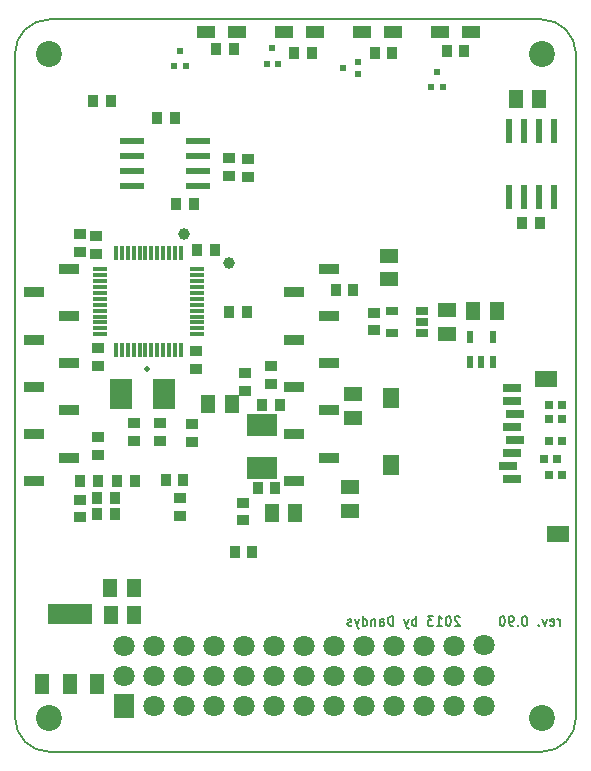
<source format=gbr>
G04 (created by PCBNEW (2013-may-18)-stable) date Ne 10. listopad 2013, 11:38:45 CET*
%MOIN*%
G04 Gerber Fmt 3.4, Leading zero omitted, Abs format*
%FSLAX34Y34*%
G01*
G70*
G90*
G04 APERTURE LIST*
%ADD10C,0.00590551*%
%ADD11C,0.00787402*%
%ADD12R,0.0394X0.0354*%
%ADD13C,0.0866142*%
%ADD14C,0.0708661*%
%ADD15R,0.0708661X0.0787*%
%ADD16R,0.0669X0.0334*%
%ADD17R,0.0394X0.0272*%
%ADD18C,0.0393701*%
%ADD19R,0.0512X0.0709*%
%ADD20R,0.1496X0.0709*%
%ADD21R,0.0236X0.0394*%
%ADD22R,0.0236X0.0787*%
%ADD23R,0.0787X0.0236*%
%ADD24R,0.0472X0.059*%
%ADD25R,0.0354X0.0394*%
%ADD26R,0.059X0.0314*%
%ADD27R,0.0551X0.0708*%
%ADD28R,0.0748X0.0551*%
%ADD29R,0.0118X0.0512*%
%ADD30R,0.0512X0.0118*%
%ADD31R,0.0590551X0.0393701*%
%ADD32R,0.0998882X0.0723291*%
%ADD33R,0.0723291X0.0998882*%
%ADD34R,0.0473X0.059*%
%ADD35R,0.059X0.0472*%
%ADD36R,0.059X0.0473*%
%ADD37C,0.019685*%
%ADD38R,0.0315X0.0275*%
%ADD39R,0.019685X0.023622*%
%ADD40R,0.023622X0.019685*%
G04 APERTURE END LIST*
G54D10*
G54D11*
X17965Y4010D02*
X17965Y4220D01*
X17965Y4160D02*
X17950Y4190D01*
X17935Y4205D01*
X17905Y4220D01*
X17875Y4220D01*
X17650Y4025D02*
X17680Y4010D01*
X17740Y4010D01*
X17770Y4025D01*
X17785Y4055D01*
X17785Y4175D01*
X17770Y4205D01*
X17740Y4220D01*
X17680Y4220D01*
X17650Y4205D01*
X17635Y4175D01*
X17635Y4145D01*
X17785Y4115D01*
X17530Y4220D02*
X17455Y4010D01*
X17380Y4220D01*
X17260Y4040D02*
X17245Y4025D01*
X17260Y4010D01*
X17275Y4025D01*
X17260Y4040D01*
X17260Y4010D01*
X16810Y4325D02*
X16780Y4325D01*
X16750Y4310D01*
X16735Y4295D01*
X16720Y4265D01*
X16705Y4205D01*
X16705Y4130D01*
X16720Y4070D01*
X16735Y4040D01*
X16750Y4025D01*
X16780Y4010D01*
X16810Y4010D01*
X16840Y4025D01*
X16855Y4040D01*
X16870Y4070D01*
X16885Y4130D01*
X16885Y4205D01*
X16870Y4265D01*
X16855Y4295D01*
X16840Y4310D01*
X16810Y4325D01*
X16570Y4040D02*
X16555Y4025D01*
X16570Y4010D01*
X16585Y4025D01*
X16570Y4040D01*
X16570Y4010D01*
X16405Y4010D02*
X16345Y4010D01*
X16315Y4025D01*
X16300Y4040D01*
X16270Y4085D01*
X16255Y4145D01*
X16255Y4265D01*
X16270Y4295D01*
X16285Y4310D01*
X16315Y4325D01*
X16375Y4325D01*
X16405Y4310D01*
X16420Y4295D01*
X16435Y4265D01*
X16435Y4190D01*
X16420Y4160D01*
X16405Y4145D01*
X16375Y4130D01*
X16315Y4130D01*
X16285Y4145D01*
X16270Y4160D01*
X16255Y4190D01*
X16060Y4325D02*
X16030Y4325D01*
X16000Y4310D01*
X15985Y4295D01*
X15970Y4265D01*
X15955Y4205D01*
X15955Y4130D01*
X15970Y4070D01*
X15985Y4040D01*
X16000Y4025D01*
X16030Y4010D01*
X16060Y4010D01*
X16090Y4025D01*
X16105Y4040D01*
X16120Y4070D01*
X16135Y4130D01*
X16135Y4205D01*
X16120Y4265D01*
X16105Y4295D01*
X16090Y4310D01*
X16060Y4325D01*
X14635Y4295D02*
X14620Y4310D01*
X14590Y4325D01*
X14515Y4325D01*
X14485Y4310D01*
X14470Y4295D01*
X14455Y4265D01*
X14455Y4235D01*
X14470Y4190D01*
X14650Y4010D01*
X14455Y4010D01*
X14260Y4325D02*
X14230Y4325D01*
X14200Y4310D01*
X14185Y4295D01*
X14170Y4265D01*
X14155Y4205D01*
X14155Y4130D01*
X14170Y4070D01*
X14185Y4040D01*
X14200Y4025D01*
X14230Y4010D01*
X14260Y4010D01*
X14290Y4025D01*
X14305Y4040D01*
X14320Y4070D01*
X14335Y4130D01*
X14335Y4205D01*
X14320Y4265D01*
X14305Y4295D01*
X14290Y4310D01*
X14260Y4325D01*
X13855Y4010D02*
X14035Y4010D01*
X13945Y4010D02*
X13945Y4325D01*
X13975Y4280D01*
X14005Y4250D01*
X14035Y4235D01*
X13750Y4325D02*
X13555Y4325D01*
X13660Y4205D01*
X13615Y4205D01*
X13585Y4190D01*
X13570Y4175D01*
X13555Y4145D01*
X13555Y4070D01*
X13570Y4040D01*
X13585Y4025D01*
X13615Y4010D01*
X13705Y4010D01*
X13735Y4025D01*
X13750Y4040D01*
X13180Y4010D02*
X13180Y4325D01*
X13180Y4205D02*
X13150Y4220D01*
X13090Y4220D01*
X13060Y4205D01*
X13045Y4190D01*
X13030Y4160D01*
X13030Y4070D01*
X13045Y4040D01*
X13060Y4025D01*
X13090Y4010D01*
X13150Y4010D01*
X13180Y4025D01*
X12925Y4220D02*
X12850Y4010D01*
X12775Y4220D02*
X12850Y4010D01*
X12880Y3935D01*
X12895Y3920D01*
X12925Y3905D01*
X12415Y4010D02*
X12415Y4325D01*
X12340Y4325D01*
X12295Y4310D01*
X12265Y4280D01*
X12250Y4250D01*
X12235Y4190D01*
X12235Y4145D01*
X12250Y4085D01*
X12265Y4055D01*
X12295Y4025D01*
X12340Y4010D01*
X12415Y4010D01*
X11965Y4010D02*
X11965Y4175D01*
X11980Y4205D01*
X12010Y4220D01*
X12070Y4220D01*
X12100Y4205D01*
X11965Y4025D02*
X11995Y4010D01*
X12070Y4010D01*
X12100Y4025D01*
X12115Y4055D01*
X12115Y4085D01*
X12100Y4115D01*
X12070Y4130D01*
X11995Y4130D01*
X11965Y4145D01*
X11815Y4220D02*
X11815Y4010D01*
X11815Y4190D02*
X11800Y4205D01*
X11770Y4220D01*
X11725Y4220D01*
X11695Y4205D01*
X11680Y4175D01*
X11680Y4010D01*
X11395Y4010D02*
X11395Y4325D01*
X11395Y4025D02*
X11425Y4010D01*
X11485Y4010D01*
X11515Y4025D01*
X11530Y4040D01*
X11545Y4070D01*
X11545Y4160D01*
X11530Y4190D01*
X11515Y4205D01*
X11485Y4220D01*
X11425Y4220D01*
X11395Y4205D01*
X11275Y4220D02*
X11200Y4010D01*
X11125Y4220D02*
X11200Y4010D01*
X11230Y3935D01*
X11245Y3920D01*
X11275Y3905D01*
X11020Y4025D02*
X10991Y4010D01*
X10931Y4010D01*
X10901Y4025D01*
X10886Y4055D01*
X10886Y4070D01*
X10901Y4100D01*
X10931Y4115D01*
X10976Y4115D01*
X11005Y4130D01*
X11020Y4160D01*
X11020Y4175D01*
X11005Y4205D01*
X10976Y4220D01*
X10931Y4220D01*
X10901Y4205D01*
G54D10*
X-196Y944D02*
G75*
G03X944Y-196I1141J0D01*
G74*
G01*
X944Y24212D02*
X17362Y24212D01*
X-196Y944D02*
X-196Y23070D01*
X17362Y-196D02*
X944Y-196D01*
X18503Y23070D02*
X18503Y944D01*
X17362Y-196D02*
G75*
G03X18503Y944I0J1141D01*
G74*
G01*
X944Y24212D02*
G75*
G03X-196Y23070I0J-1141D01*
G74*
G01*
X18503Y23070D02*
G75*
G03X17362Y24212I-1141J0D01*
G74*
G01*
G54D12*
X7559Y18955D03*
X7559Y19547D03*
G54D13*
X944Y23070D03*
X944Y944D03*
X17362Y944D03*
X17362Y23070D03*
G54D14*
X15433Y3346D03*
X15433Y2342D03*
X15433Y1338D03*
G54D15*
X3425Y1340D03*
G54D14*
X3425Y2340D03*
X4425Y1340D03*
X4425Y2340D03*
X5425Y1340D03*
X5425Y2340D03*
X6425Y1340D03*
X6425Y2340D03*
X7425Y1340D03*
X7425Y2340D03*
X8425Y1340D03*
X8425Y2340D03*
X9425Y1340D03*
X9425Y2340D03*
X10425Y1340D03*
X10425Y2340D03*
X11425Y1340D03*
X11425Y2340D03*
X12425Y1340D03*
X12425Y2340D03*
X3425Y3340D03*
X4425Y3340D03*
X5425Y3340D03*
X6425Y3340D03*
X7425Y3340D03*
X8425Y3340D03*
X9425Y3340D03*
X10425Y3340D03*
X11425Y3340D03*
X12425Y3340D03*
X13425Y1340D03*
X13425Y2340D03*
X13425Y3340D03*
X14425Y1340D03*
X14429Y2342D03*
X14425Y3340D03*
G54D16*
X10275Y15905D03*
X9094Y15117D03*
X10275Y14330D03*
X9094Y13542D03*
X10275Y12755D03*
X9094Y11968D03*
X10275Y11180D03*
X9094Y10393D03*
X10275Y9605D03*
X9094Y8818D03*
X433Y8818D03*
X1614Y9605D03*
X433Y10393D03*
X1614Y11180D03*
X433Y11968D03*
X1614Y12755D03*
X433Y13542D03*
X1614Y14330D03*
X433Y15117D03*
X1614Y15905D03*
G54D17*
X13386Y14507D03*
X13386Y13759D03*
X13386Y14133D03*
X12362Y13759D03*
X12362Y14507D03*
G54D18*
X5440Y17070D03*
X6937Y16094D03*
G54D19*
X2531Y2049D03*
X1625Y2049D03*
X719Y2049D03*
G54D20*
X1625Y4411D03*
G54D21*
X15725Y12804D03*
X14975Y12804D03*
X15350Y12804D03*
X14975Y13636D03*
X15725Y13636D03*
G54D22*
X17757Y18309D03*
X17257Y18309D03*
X16757Y18309D03*
X16257Y18309D03*
X16257Y20509D03*
X16757Y20509D03*
X17257Y20509D03*
X17757Y20509D03*
G54D23*
X3703Y18659D03*
X3703Y19159D03*
X3703Y19659D03*
X3703Y20159D03*
X5903Y20159D03*
X5903Y19659D03*
X5903Y19159D03*
X5903Y18659D03*
G54D24*
X16495Y21555D03*
X17283Y21555D03*
X15866Y14507D03*
X15078Y14507D03*
G54D25*
X2420Y21496D03*
X3012Y21496D03*
X12382Y23110D03*
X11790Y23110D03*
X14784Y23149D03*
X14192Y23149D03*
X9705Y23110D03*
X9113Y23110D03*
X7107Y23228D03*
X6515Y23228D03*
X1987Y8818D03*
X2579Y8818D03*
G54D12*
X8326Y12658D03*
X8326Y12066D03*
G54D25*
X6948Y14448D03*
X7540Y14448D03*
X3799Y8818D03*
X3207Y8818D03*
X3130Y8267D03*
X2538Y8267D03*
G54D12*
X1968Y7617D03*
X1968Y8209D03*
X7480Y12421D03*
X7480Y11829D03*
G54D26*
X16387Y8886D03*
X16230Y9319D03*
X16387Y9752D03*
X16466Y10185D03*
X16387Y10618D03*
X16466Y11051D03*
X16387Y11484D03*
X16387Y11917D03*
G54D27*
X12332Y11598D03*
X12332Y9354D03*
G54D28*
X17903Y7051D03*
X17509Y12228D03*
G54D29*
X4743Y13189D03*
X4546Y13189D03*
X4349Y13189D03*
X4153Y13189D03*
X3956Y13189D03*
X5334Y13189D03*
X5137Y13189D03*
X4940Y13189D03*
G54D30*
X2637Y13720D03*
X2637Y13917D03*
X2637Y14114D03*
X2637Y14311D03*
X2637Y14508D03*
X2637Y14705D03*
X2637Y14901D03*
X2637Y15098D03*
G54D29*
X3168Y16417D03*
X3365Y16417D03*
X3562Y16417D03*
X3759Y16417D03*
X3956Y16417D03*
X4153Y16417D03*
X4349Y16417D03*
X4546Y16417D03*
G54D30*
X5865Y15886D03*
X5865Y15689D03*
X5865Y15492D03*
X5865Y15295D03*
X5865Y15098D03*
X5865Y14901D03*
X5865Y14705D03*
X5865Y14508D03*
G54D29*
X3759Y13189D03*
X3562Y13189D03*
X3365Y13189D03*
X3168Y13189D03*
G54D30*
X2637Y15295D03*
X2637Y15492D03*
X2637Y15689D03*
X2637Y15886D03*
G54D29*
X4743Y16417D03*
X4940Y16417D03*
X5137Y16417D03*
X5334Y16417D03*
G54D30*
X5865Y14311D03*
X5865Y14114D03*
X5865Y13917D03*
X5865Y13720D03*
G54D31*
X6181Y23779D03*
X7204Y23779D03*
X8779Y23779D03*
X9803Y23779D03*
X13976Y23779D03*
X15000Y23779D03*
X11377Y23779D03*
X12401Y23779D03*
G54D32*
X8031Y9251D03*
X8031Y10708D03*
G54D33*
X3326Y11732D03*
X4783Y11732D03*
G54D24*
X8365Y7775D03*
G54D34*
X9153Y7775D03*
G54D24*
X7027Y11397D03*
G54D34*
X6239Y11397D03*
G54D35*
X12283Y15550D03*
G54D36*
X12283Y16338D03*
G54D35*
X10964Y7834D03*
G54D36*
X10964Y8622D03*
G54D35*
X11062Y11732D03*
G54D36*
X11062Y10944D03*
G54D24*
X2991Y4370D03*
G54D34*
X3779Y4370D03*
G54D35*
X14212Y14523D03*
G54D36*
X14212Y13735D03*
G54D24*
X2972Y5255D03*
G54D34*
X3760Y5255D03*
G54D25*
X8050Y11377D03*
X8642Y11377D03*
X7892Y8582D03*
X8484Y8582D03*
G54D12*
X4645Y10768D03*
X4645Y10176D03*
X3779Y10768D03*
X3779Y10176D03*
G54D25*
X3130Y7716D03*
X2538Y7716D03*
X16711Y17440D03*
X17303Y17440D03*
X11083Y15196D03*
X10491Y15196D03*
G54D12*
X6929Y18995D03*
X6929Y19587D03*
G54D25*
X5138Y20944D03*
X4546Y20944D03*
X7717Y6476D03*
X7125Y6476D03*
G54D12*
X5314Y8248D03*
X5314Y7656D03*
G54D25*
X5414Y8858D03*
X4822Y8858D03*
G54D12*
X5708Y10137D03*
X5708Y10729D03*
X2559Y10296D03*
X2559Y9704D03*
X7401Y8110D03*
X7401Y7518D03*
X2519Y16988D03*
X2519Y16396D03*
G54D25*
X6477Y16535D03*
X5885Y16535D03*
G54D12*
X5826Y12578D03*
X5826Y13170D03*
X2559Y13248D03*
X2559Y12656D03*
X1968Y17067D03*
X1968Y16475D03*
X11775Y14437D03*
X11775Y13845D03*
G54D25*
X5176Y18070D03*
X5768Y18070D03*
G54D37*
X4188Y12547D03*
G54D38*
X17618Y11377D03*
X18050Y11377D03*
X17618Y10157D03*
X18050Y10157D03*
X17618Y9015D03*
X18050Y9015D03*
X17618Y10905D03*
X18050Y10905D03*
X17869Y9566D03*
X17437Y9566D03*
G54D39*
X5511Y22657D03*
X5118Y22657D03*
X5314Y23169D03*
X8582Y22736D03*
X8188Y22736D03*
X8385Y23248D03*
X14055Y21948D03*
X13661Y21948D03*
X13858Y22460D03*
G54D40*
X11240Y22795D03*
X11240Y22401D03*
X10728Y22598D03*
M02*

</source>
